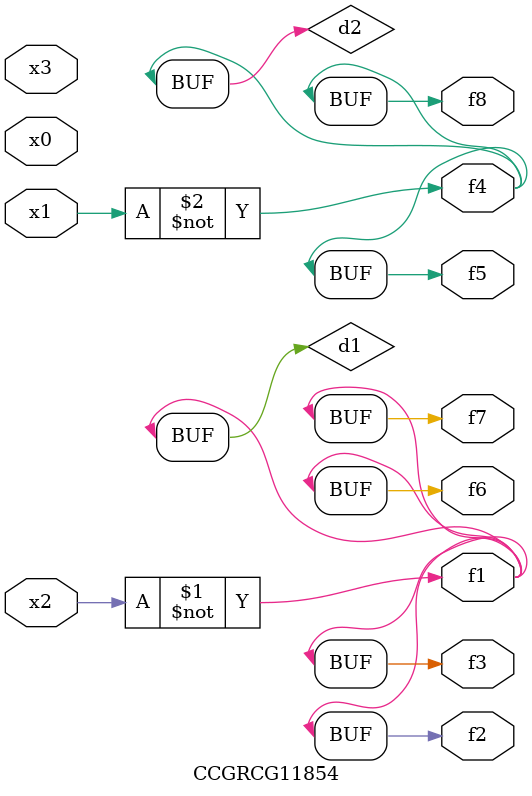
<source format=v>
module CCGRCG11854(
	input x0, x1, x2, x3,
	output f1, f2, f3, f4, f5, f6, f7, f8
);

	wire d1, d2;

	xnor (d1, x2);
	not (d2, x1);
	assign f1 = d1;
	assign f2 = d1;
	assign f3 = d1;
	assign f4 = d2;
	assign f5 = d2;
	assign f6 = d1;
	assign f7 = d1;
	assign f8 = d2;
endmodule

</source>
